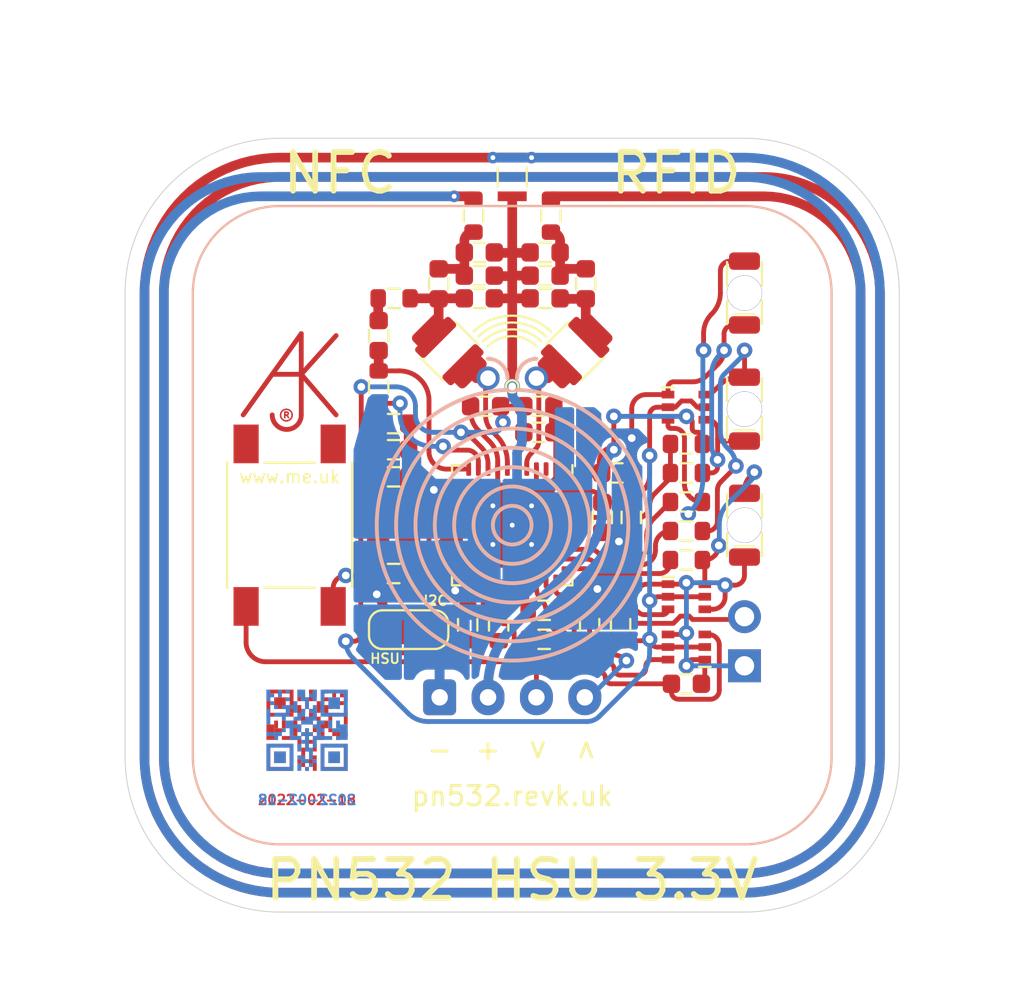
<source format=kicad_pcb>
(kicad_pcb (version 20211014) (generator pcbnew)
  (title_block (title "PN532 NFC reader (HSU)") (date "${DATE}") (rev "7") (company "Adrian Kennard Andrews & Arnold Ltd") (comment 1 "www.m.euk"))
  (layers (0 "F.Cu" signal) (31 "B.Cu" signal) (34 "B.Paste" user) (35 "F.Paste" user) (36 "B.SilkS" user "B.Silkscreen") (37 "F.SilkS" user "F.Silkscreen") (38 "B.Mask" user) (39 "F.Mask" user) (44 "Edge.Cuts" user))
  (property "DATE" "2022-02-18")
  (property "URL" "pn532.revk.uk")
  (net 0 "")
  (net 1 "GND")
  (net 2 "Net-(C3-Pad1)")
  (net 3 "Net-(C4-Pad2)")
  (net 4 "+3V3")
  (net 5 "Net-(C8-Pad2)")
  (net 6 "Net-(C8-Pad1)")
  (net 7 "+5V")
  (net 8 "Net-(C16-Pad1)")
  (net 9 "Net-(L2-Pad2)")
  (net 10 "Net-(L1-Pad1)")
  (net 11 "Net-(D1-Pad2)")
  (net 12 "Net-(D2-Pad2)")
  (net 13 "Net-(D3-Pad2)")
  (net 14 "Net-(C9-Pad1)")
  (net 15 "Net-(C17-Pad1)")
  (net 16 "Net-(J1-Pad2)")
  (net 17 "Net-(JP1-Pad2)")
  (net 18 "Net-(D6-Pad6)")
  (net 19 "Net-(R8-Pad1)")
  (net 20 "Net-(R9-Pad1)")
  (net 21 "Net-(C19-Pad1)")
  (net 36 "Net-(A1-Pad1)")
  (net 37 "Net-(A1-Pad3)")
  (net 38 "Net-(D4-Pad3)")
  (net 39 "Net-(R6-Pad1)")
  (net 40 "Net-(R10-Pad1)")
  (net 41 "Net-(R11-Pad2)")
  (net 42 "Net-(J2-Pad3)")
  (net 43 "Net-(J2-Pad4)")
  (footprint "RevK:Crystal-3.4x2.7" (layer "F.Cu") (at 93.875 100 90)
    (fp_text reference "Y1" hide)
    (fp_text value "27.12MHz")
  )
  (footprint "RevK:ISO7380-M3-NoPad" (layer "F.Cu") (at 88 88)
    (fp_text reference "H2" hide)
    (fp_text value "MountingHole" hide)
  )
  (footprint "RevK:ISO7380-M3-NoPad" (layer "F.Cu") (at 112 112)
    (fp_text reference "H1" hide)
    (fp_text value "MountingHole" hide)
  )
  (footprint "RevK:STP_156120xx7530" (layer "F.Cu") (at 112 94 90)
    (fp_text reference "D2" hide)
    (fp_text value "A")
  )
  (footprint "RevK:STP_156120xx7530" (layer "F.Cu") (at 112 88 90)
    (fp_text reference "D3" hide)
    (fp_text value "R")
  )
  (footprint "RevK:SW_PUSH_6mm_SMD" (layer "F.Cu") (at 88.5 100 -90)
    (fp_text reference "SW1" hide)
    (fp_text value "TAMPER")
  )
  (footprint "RevK:STP_156120xx7530" (layer "F.Cu") (at 112 100 90)
    (fp_text reference "D1" hide)
    (fp_text value "G")
  )
  (footprint "RevK:C_0603" (layer "F.Cu") (at 101.375 95.2)
    (fp_text reference "C7" hide)
    (fp_text value "0.1uF")
  )
  (footprint "RevK:C_0603" (layer "F.Cu") (at 103.8 87.525 90)
    (fp_text reference "C3" hide)
    (fp_text value "22pF 1%")
  )
  (footprint "RevK:C_0603" (layer "F.Cu") (at 101.7 88.275)
    (fp_text reference "C5" hide)
    (fp_text value "220pF")
  )
  (footprint "RevK:R_0603" (layer "F.Cu") (at 109 95.8)
    (fp_text reference "R6" hide)
    (fp_text value "10K")
  )
  (footprint "RevK:R_0603" (layer "F.Cu") (at 93.9 88.275)
    (fp_text reference "R4" hide)
    (fp_text value "2K7 1%")
  )
  (footprint "RevK:C_0603" (layer "F.Cu") (at 106.15 99.6 -90)
    (fp_text reference "C13" hide)
    (fp_text value "4.7uF")
  )
  (footprint "RevK:C_0603" (layer "F.Cu") (at 105.4 97.3)
    (fp_text reference "C14" hide)
    (fp_text value "0.1uF")
  )
  (footprint "RevK:C_0603" (layer "F.Cu") (at 93.875 94.75)
    (fp_text reference "C9" hide)
    (fp_text value "0.1uF")
  )
  (footprint "RevK:C_0603" (layer "F.Cu") (at 93.875 97.5)
    (fp_text reference "C16" hide)
    (fp_text value "22pF")
  )
  (footprint "RevK:R_0603" (layer "F.Cu") (at 109 100.3)
    (fp_text reference "R9" hide)
    (fp_text value "100R")
  )
  (footprint "RevK:R_0603" (layer "F.Cu") (at 109 101.8)
    (fp_text reference "R8" hide)
    (fp_text value "100R")
  )
  (footprint "RevK:R_0603" (layer "F.Cu") (at 99.3 105.15 90)
    (fp_text reference "R11" hide)
    (fp_text value "10K")
  )
  (footprint "RevK:QFN-40-1EP_6x6mm_P0.5mm_EP4.6x4.6mm" (layer "F.Cu") (at 100 100 -90)
    (fp_text reference "U1" hide)
    (fp_text value "PN532")
  )
  (footprint "RevK:C_0603" (layer "F.Cu") (at 93.875 102.5 180)
    (fp_text reference "C17" hide)
    (fp_text value "22pF")
  )
  (footprint "RevK:PinHeader_1x02_P2.54mm_Vertical" (layer "F.Cu") (at 112 107.27 180)
    (fp_text reference "J1" hide)
    (fp_text value "Bell")
  )
  (footprint "RevK:C_0603" (layer "F.Cu") (at 98.625 93.85 180)
    (fp_text reference "C12" hide)
    (fp_text value "0.1uF")
  )
  (footprint "RevK:R_0603" (layer "F.Cu") (at 93.1 92.85 -90)
    (fp_text reference "R5" hide)
    (fp_text value "1K 1%")
  )
  (footprint "RevK:R_0603" (layer "F.Cu") (at 109 97.3)
    (fp_text reference "R7" hide)
    (fp_text value "20K")
  )
  (footprint "RevK:R_0603" (layer "F.Cu") (at 109 98.8)
    (fp_text reference "R10" hide)
    (fp_text value "100R")
  )
  (footprint "RevK:C_0603" (layer "F.Cu") (at 97.7 105.15 90)
    (fp_text reference "C18" hide)
    (fp_text value "0.1uF")
  )
  (footprint "RevK:C_0603" (layer "F.Cu") (at 104.65 99.6 -90)
    (fp_text reference "C11" hide)
    (fp_text value "0.1uF")
  )
  (footprint "RevK:C_0603" (layer "F.Cu") (at 93.1 90.2 90)
    (fp_text reference "C8" hide)
    (fp_text value "1nF 2%")
  )
  (footprint "RevK:Molex_MiniSPOX_H4V" (layer "F.Cu") (at 100 108.9)
    (fp_text reference "J2" hide)
    (fp_text value "SPOX")
  )
  (footprint "RevK:C_0603" (layer "F.Cu") (at 101.375 93.85)
    (fp_text reference "C10" hide)
    (fp_text value "4.7uF")
  )
  (footprint "RevK:Cx2_0603" (layer "F.Cu") (at 101.7 85.9 180)
    (fp_text reference "C1" hide)
    (fp_text value "160pF 1%")
  )
  (footprint "RevK:C_0603" (layer "F.Cu") (at 98.3 88.275 180)
    (fp_text reference "C6" hide)
    (fp_text value "220pF")
  )
  (footprint "RevK:R_0603" (layer "F.Cu") (at 105.6 105.15 90)
    (fp_text reference "R15" hide)
    (fp_text value "10K")
  )
  (footprint "RevK:PN532-RF-Test" (layer "F.Cu") (at 100 92.4 180)
    (fp_text reference "TP1" hide)
    (fp_text value "TestPoint_2Pole" hide)
  )
  (footprint "RevK:SolderJumper3" (layer "F.Cu") (at 94.65 105.4)
    (fp_text reference "JP1" hide)
    (fp_text value "I1" hide)
  )
  (footprint "RevK:R_0603" (layer "F.Cu") (at 101.65 105.9)
    (fp_text reference "R13" hide)
    (fp_text value "100R")
  )
  (footprint "RevK:C_0603" (layer "F.Cu") (at 93.875 96.1)
    (fp_text reference "C15" hide)
    (fp_text value "4.7uF")
  )
  (footprint "RevK:R_0603" (layer "F.Cu") (at 101.65 104.4 180)
    (fp_text reference "R14" hide)
    (fp_text value "100R")
  )
  (footprint "RevK:L_1206_1008" (layer "F.Cu") (at 103.25 91 45)
    (fp_text reference "L1" hide)
    (fp_text value "560nH")
  )
  (footprint "RevK:L_1206_1008" (layer "F.Cu") (at 96.75 91 -45)
    (fp_text reference "L2" hide)
    (fp_text value "560nH")
  )
  (footprint "RevK:C_0603" (layer "F.Cu") (at 96.2 87.525 -90)
    (fp_text reference "C4" hide)
    (fp_text value "22pF 1%")
  )
  (footprint "RevK:R_0603" (layer "F.Cu") (at 104 105.15 -90)
    (fp_text reference "R12" hide)
    (fp_text value "100R")
  )
  (footprint "RevK:SOT-363_SC-70-6" (layer "F.Cu") (at 109 93.9)
    (fp_text reference "D5" hide)
    (fp_text value "BAV99S")
  )
  (footprint "RevK:QR-PN532" (layer "F.Cu") (at 89.4 110.6)
    (fp_text reference "U2" hide)
    (fp_text value "QR" hide)
  )
  (footprint "RevK:C_0603" (layer "F.Cu") (at 109 108.2)
    (fp_text reference "C19" hide)
    (fp_text value "33pF")
  )
  (footprint "RevK:SOT-363_SC-70-6" (layer "F.Cu") (at 109 103.7)
    (fp_text reference "D4" hide)
    (fp_text value "BAV99S")
  )
  (footprint "RevK:SOT-363_SC-70-6" (layer "F.Cu") (at 109 106.3 180)
    (fp_text reference "D6" hide)
    (fp_text value "BAV99S")
  )
  (footprint "RevK:AJK" (layer "F.Cu") (at 89.1 92.2)
    (fp_text reference "AJK1" hide)
    (fp_text value "AJK" hide)
  )
  (footprint "RevK:PN532-Antenna5" (layer "F.Cu") (at 100 100)
    (fp_text reference "A1" hide)
    (fp_text value "PN532-Antenna")
  )
  (footprint "RevK:Cx2_0603" (layer "F.Cu") (at 98.3 85.9 180)
    (fp_text reference "C2" hide)
    (fp_text value "160pF 1%")
  )
  (footprint "RevK:Hidden" (layer "F.Cu") (at 100 82 90)
    (fp_text reference "R2" hide)
    (fp_text value "0R")
  )
  (footprint "RevK:Hidden" (layer "F.Cu") (at 102 84 90)
    (fp_text reference "R3" hide)
    (fp_text value "0R")
  )
  (footprint "RevK:Hidden" (layer "F.Cu") (at 98 84 90)
    (fp_text reference "R1" hide)
    (fp_text value "0R")
  )
  (footprint "RevK:QR-PN532" (layer "B.Cu") (at 89.4 110.6 180)
    (fp_text reference "U3" hide)
    (fp_text value "QR" hide)
  )
  (gr_circle (center 100 100) (end 105 100) (layer "B.SilkS") (width 0.2) (fill none))
  (gr_arc (start 100.25 92.4) (mid 100.542894 91.692894) (end 101.25 91.4) (layer "B.SilkS") (width 0.2))
  (gr_circle (center 100 100) (end 106 100) (layer "B.SilkS") (width 0.2) (fill none))
  (gr_circle (center 100 100) (end 102 100) (layer "B.SilkS") (width 0.2) (fill none))
  (gr_circle (center 100 100) (end 104 100) (layer "B.SilkS") (width 0.2) (fill none))
  (gr_circle (center 100 100) (end 101 100) (layer "B.SilkS") (width 0.2) (fill none))
  (gr_circle (center 100 100) (end 103 100) (layer "B.SilkS") (width 0.2) (fill none))
  (gr_circle (center 100 100) (end 107 100) (layer "B.SilkS") (width 0.2) (fill none))
  (gr_arc (start 98.75 91.4) (mid 99.457106 91.692894) (end 99.75 92.4) (layer "B.SilkS") (width 0.2))
  (gr_arc (start 98.250001 90.250001) (mid 100 89.525128) (end 101.749999 90.250001) (layer "F.SilkS") (width 0.12))
  (gr_circle (center 100 92.825) (end 100.1 93.125) (layer "F.SilkS") (width 0.12) (fill none))
  (gr_arc (start 100.25 92.4) (mid 100.542894 91.692894) (end 101.25 91.4) (layer "F.SilkS") (width 0.2))
  (gr_arc (start 98.750001 90.750001) (mid 100 90.232234) (end 101.249999 90.750001) (layer "F.SilkS") (width 0.12))
  (gr_arc (start 98.000001 90.000001) (mid 100 89.171574) (end 101.999999 90.000001) (layer "F.SilkS") (width 0.12))
  (gr_arc (start 98.75 91.4) (mid 99.457106 91.692894) (end 99.75 92.4) (layer "F.SilkS") (width 0.2))
  (gr_arc (start 98.500001 90.500001) (mid 100 89.878681) (end 101.499999 90.500001) (layer "F.SilkS") (width 0.12))
  (gr_line (start 88 80) (end 112 80) (layer "Edge.Cuts") (width 0.05))
  (gr_line (start 80 112) (end 80 88) (layer "Edge.Cuts") (width 0.05))
  (gr_arc (start 112 80) (mid 117.656854 82.343146) (end 120 88) (layer "Edge.Cuts") (width 0.05))
  (gr_arc (start 88 120) (mid 82.343146 117.656854) (end 80 112) (layer "Edge.Cuts") (width 0.05))
  (gr_arc (start 80 88) (mid 82.343146 82.343146) (end 88 80) (layer "Edge.Cuts") (width 0.05))
  (gr_line (start 120 88) (end 120 112) (layer "Edge.Cuts") (width 0.05))
  (gr_line (start 112 120) (end 88 120) (layer "Edge.Cuts") (width 0.05))
  (gr_arc (start 120 112) (mid 117.656854 117.656854) (end 112 120) (layer "Edge.Cuts") (width 0.05))
  (gr_text "I2C" (at 96.7 103.9) (layer "F.SilkS") (effects (font (size 0.5 0.5) (thickness 0.1)) (justify right)))
  (gr_text "HSU" (at 92.6 106.9) (layer "F.SilkS") (effects (font (size 0.5 0.5) (thickness 0.1)) (justify left)))
  (gr_text "<" (at 101.25 110.9 90) (layer "F.SilkS") (effects (font (size 1 1)) (justify right)))
  (gr_text ">" (at 103.75 110.9 90) (layer "F.SilkS") (effects (font (size 1 1)) (justify right)))
  (gr_text "-" (at 96.25 111.75 180) (layer "F.SilkS") (effects (font (size 1 1))))
  (gr_text "+" (at 98.75 111.75 180) (layer "F.SilkS") (effects (font (size 1 1))))
  (gr_text "RFID" (at 112 81.8) (layer "F.SilkS") (effects (font (size 2 2) (thickness 0.3)) (justify right)))
  (gr_text "NFC" (at 88 81.8) (layer "F.SilkS") (effects (font (size 2 2) (thickness 0.3)) (justify left)))
  (gr_text "PN532 HSU 3.3V" (at 100 118.35) (layer "F.SilkS") (effects (font (size 2 2) (thickness 0.3))))
  (gr_text "${URL}" (at 100 114) (layer "F.SilkS") (effects (font (size 1 1))))
  (segment (start 106.175 95.5) (end 106.175 97.3) (width 0.5) (layer "F.Cu") (net 1))
  (segment (start 105.525 100.832857) (end 105.514175 100.843682) (width 0.5) (layer "F.Cu") (net 1))
  (segment (start 109.95 108.025) (end 109.775 108.2) (width 0.25) (layer "F.Cu") (net 1))
  (segment (start 108.34 92.59) (end 109.33 92.59) (width 0.25) (layer "F.Cu") (net 1))
  (segment (start 108.949253 103.05) (end 109.023753 102.9755) (width 0.25) (layer "F.Cu") (net 1))
  (segment (start 99.975 87.125) (end 100 87.1) (width 0.5) (layer "F.Cu") (net 1))
  (segment (start 111 103.1) (end 111 103.7) (width 0.25) (layer "F.Cu") (net 1))
  (segment (start 93.35 105.4) (end 93.35 104.419474) (width 0.5) (layer "F.Cu") (net 1))
  (segment (start 93.225 101.375) (end 93.2 101.35) (width 0.5) (layer "F.Cu") (net 1))
  (segment (start 99.075 88.275) (end 99.95 88.275) (width 0.5) (layer "F.Cu") (net 1))
  (segment (start 102.25 97.1) (end 102.25 95.441421) (width 0.25) (layer "F.Cu") (net 1))
  (segment (start 90.75 103.25) (end 90.75 104.2) (width 0.25) (layer "F.Cu") (net 1))
  (segment (start 99.075 85.925) (end 99.975 85.925) (width 0.5) (layer "F.Cu") (net 1))
  (segment (start 93.225 102.5) (end 93.225 101.375) (width 0.5) (layer "F.Cu") (net 1))
  (segment (start 101.25 96.975) (end 101.25 98.75) (width 0.25) (layer "F.Cu") (net 1))
  (segment (start 110.6125 95.8125) (end 110.6125 96.9875) (width 0.25) (layer "F.Cu") (net 1))
  (segment (start 108.925 105.65) (end 109 105.575) (width 0.25) (layer "F.Cu") (net 1))
  (segment (start 94.65 96.1) (end 94.65 97.5) (width 0.5) (layer "F.Cu") (net 1))
  (segment (start 110.35 104.35) (end 109.95 104.35) (width 0.25) (layer "F.Cu") (net 1))
  (segment (start 99.25 96.975) (end 99.25 98.75) (width 0.25) (layer "F.Cu") (net 1))
  (segment (start 112 95.65) (end 110.811672 95.65) (width 0.25) (layer "F.Cu") (net 1))
  (segment (start 104.4 103.3) (end 106.358579 103.3) (width 0.25) (layer "F.Cu") (net 1))
  (segment (start 106.962132 103.05) (end 108.05 103.05) (width 0.25) (layer "F.Cu") (net 1))
  (segment (start 106.92 93.25) (end 108.05 93.25) (width 0.25) (layer "F.Cu") (net 1))
  (segment (start 102.15 93.85) (end 102.15 95.2) (width 0.5) (layer "F.Cu") (net 1))
  (segment (start 110.6125 95.5675) (end 110.6125 95.8125) (width 0.25) (layer "F.Cu") (net 1))
  (segment (start 102.25 97.1) (end 102.25 97.47929) (width 0.25) (layer "F.Cu") (net 1))
  (segment (start 110.3 97.3) (end 109.825 97.3) (width 0.25) (layer "F.Cu") (net 1))
  (segment (start 102.2 97.6) (end 101.141422 98.658578) (width 0.25) (layer "F.Cu") (net 1))
  (segment (start 97.85 93.85) (end 97.85 94.122451) (width 0.25) (layer "F.Cu") (net 1))
  (segment (start 94.65 94.75) (end 94.65 96.1) (width 0.5) (layer "F.Cu") (net 1))
  (segment (start 109.32 106.95) (end 109.95 106.95) (width 0.25) (layer "F.Cu") (net 1))
  (segment (start 105.525 100.375) (end 106.25 100.375) (width 0.5) (layer "F.Cu") (net 1))
  (segment (start 110.46 91.85) (end 109.995772 92.314228) (width 0.25) (layer "F.Cu") (net 1))
  (segment (start 93.1 102.5) (end 93.1 103.333079) (width 0.5) (layer "F.Cu") (net 1))
  (segment (start 99.25 98.75) (end 99 99) (width 0.25) (layer "F.Cu") (net 1))
  (segment (start 100 83) (end 100 92.825) (width 0.5) (layer "F.Cu") (net 1))
  (segment (start 110.6125 95.0875) (end 110.6125 95.5675) (width 0.25) (layer "F.Cu") (net 1))
  (segment (start 98.75 101.25) (end 99 101) (width 0.25) (layer "F.Cu") (net 1))
  (segment (start 110.946011 90.113989) (end 110.946011 90.962647) (width 0.25) (layer "F.Cu") (net 1))
  (segment (start 96.975 100.25) (end 98.25 100.25) (width 0.25) (layer "F.Cu") (net 1))
  (segment (start 95.5 98.7) (end 94.725 98.7) (width 0.5) (layer "F.Cu") (net 1))
  (segment (start 104.75 100.375) (end 105.525 100.375) (width 0.5) (layer "F.Cu") (net 1))
  (segment (start 98.25 100.25) (end 99 101) (width 0.25) (layer "F.Cu") (net 1))
  (segment (start 100.925 88.275) (end 99.95 88.275) (width 0.5) (layer "F.Cu") (net 1))
  (segment (start 98.828475 95.671525) (end 98.253475 95.096525) (width 0.25) (layer "F.Cu") (net 1))
  (segment (start 105.525 100.375) (end 105.525 100.832857) (width 0.5) (layer "F.Cu") (net 1))
  (segment (start 109.95 94.55) (end 110.075 94.55) (width 0.25) (layer "F.Cu") (net 1))
  (segment (start 110.662219 91.64778) (end 110.46 91.85) (width 0.25) (layer "F.Cu") (net 1))
  (segment (start 112 101.8) (end 112 102.6) (width 0.25) (layer "F.Cu") (net 1))
  (segment (start 111.99 89.66) (end 111.4 89.66) (width 0.25) (layer "F.Cu") (net 1))
  (segment (start 108.05 105.65) (end 108.925 105.65) (width 0.25) (layer "F.Cu") (net 1))
  (segment (start 99.075 87.125) (end 99.975 87.125) (width 0.5) (layer "F.Cu") (net 1))
  (segment (start 97.583466 97.783466) (end 98.658578 98.858578) (width 0.25) (layer "F.Cu") (net 1))
  (segment (start 111 103.1) (end 111.5 103.1) (width 0.25) (layer "F.Cu") (net 1))
  (segment (start 108.05 93.25) (end 108.05 92.88) (width 0.25) (layer "F.Cu") (net 1))
  (segment (start 97.7 104.375) (end 97.7 104.025251) (width 0.25) (layer "F.Cu") (net 1))
  (segment (start 101.25 98.75) (end 101 99) (width 0.25) (layer "F.Cu") (net 1))
  (segment (start 100.9 87.1) (end 100 87.1) (width 0.5) (layer "F.Cu") (net 1))
  (segment (start 109.95 106.95) (end 109.95 108.025) (width 0.25) (layer "F.Cu") (net 1))
  (segment (start 108.05 103.05) (end 108.949253 103.05) (width 0.25) (layer "F.Cu") (net 1))
  (segment (start 96.975 101.25) (end 98.75 101.25) (width 0.25) (layer "F.Cu") (net 1))
  (segment (start 97.1 97.75) (end 97.502672 97.75) (width 0.25) (layer "F.Cu") (net 1))
  (segment (start 106.175 95.5) (end 106.175 93.995) (width 0.25) (layer "F.Cu") (net 1))
  (segment (start 95.95 98.175) (end 95.95 98.25) (width 0.5) (layer "F.Cu") (net 1))
  (segment (start 100.925 85.925) (end 99.975 85.925) (width 0.5) (layer "F.Cu") (net 1))
  (segment (start 99.25 97.1) (end 99.25 96.689176) (width 0.25) (layer "F.Cu") (net 1))
  (via (at 104.4 103.3) (size 0.8) (drill 0.4) (layers "F.Cu" "B.Cu") (net 1))
  (via (at 110.946011 90.962647) (size 0.8) (drill 0.4) (layers "F.Cu" "B.Cu") (net 1))
  (via (at 93 103.5745) (size 0.8) (drill 0.4) (layers "F.Cu" "B.Cu") (net 1))
  (via (at 105.514175 100.843682) (size 0.8) (drill 0.4) (layers "F.Cu" "B.Cu") (net 1))
  (via (at 100 92.825) (size 0.8) (drill 0.4) (layers "F.Cu" "B.Cu") (net 1))
  (via (at 109 107.27) (size 0.8) (drill 0.4) (layers "F.Cu" "B.Cu") (net 1))
  (via (at 111 103.1) (size 0.8) (drill 0.4) (layers "F.Cu" "B.Cu") (net 1))
  (via (at 110.61 96.62) (size 0.8) (drill 0.4) (layers "F.Cu" "B.Cu") (net 1))
  (via (at 97.053825 103.379076) (size 0.8) (drill 0.4) (layers "F.Cu" "B.Cu") (net 1))
  (via (at 91.4 102.6) (size 0.8) (drill 0.4) (layers "F.Cu" "B.Cu") (net 1))
  (via (at 106.175 95.5) (size 0.8) (drill 0.4) (layers "F.Cu" "B.Cu") (net 1))
  (via (at 109 102.9755) (size 0.8) (drill 0.4) (layers "F.Cu" "B.Cu") (net 1))
  (via (at 109 105.575) (size 0.8) (drill 0.4) (layers "F.Cu" "B.Cu") (net 1))
  (via (at 95.95 98.175) (size 0.8) (drill 0.4) (layers "F.Cu" "B.Cu") (net 1))
  (arc (start 97.502672 97.75) (mid 97.546397 97.758698) (end 97.583466 97.783466) (width 0.25) (layer "F.Cu") (net 1))
  (arc (start 102.25 97.47929) (mid 102.237006 97.544617) (end 102.2 97.6) (width 0.25) (layer "F.Cu") (net 1))
  (arc (start 111.5 103.1) (mid 111.853553 102.953553) (end 112 102.6) (width 0.25) (layer "F.Cu") (net 1))
  (arc (start 106.175 93.995) (mid 106.393205 93.468205) (end 106.92 93.25) (width 0.25) (layer "F.Cu") (net 1))
  (arc (start 106.358579 103.3) (mid 106.489235 103.274011) (end 106.6 103.2) (width 0.25) (layer "F.Cu") (net 1))
  (arc (start 110.811672 95.65) (mid 110.703881 95.628559) (end 110.6125 95.5675) (width 0.25) (layer "F.Cu") (net 1))
  (arc (start 93.35 104.419474) (mid 93.259038 103.962178) (end 93 103.5745) (width 0.5) (layer "F.Cu") (net 1))
  (arc (start 111.4 89.66) (mid 111.078981 89.79297) (end 110.946011 90.113989) (width 0.25) (layer "F.Cu") (net 1))
  (arc (start 109 107.27) (mid 109.093726 107.043726) (end 109.32 106.95) (width 0.25) (layer "F.Cu") (net 1))
  (arc (start 97.85 94.122451) (mid 97.95486 94.649616) (end 98.253475 95.096525) (width 0.25) (layer "F.Cu") (net 1))
  (arc (start 101.141422 98.658578) (mid 101.036755 98.815223) (end 101 99) (width 0.25) (layer "F.Cu") (net 1))
  (arc (start 102.25 95.441421) (mid 102.224011 95.310765) (end 102.15 95.2) (width 0.25) (layer "F.Cu") (net 1))
  (arc (start 106.6 103.2) (mid 106.766147 103.088984) (end 106.962132 103.05) (width 0.25) (layer "F.Cu") (net 1))
  (arc (start 93.1 103.333079) (mid 93.074011 103.463735) (end 93 103.5745) (width 0.5) (layer "F.Cu") (net 1))
  (arc (start 97.7 104.025251) (mid 97.51074 103.568336) (end 97.053825 103.379076) (width 0.25) (layer "F.Cu") (net 1))
  (arc (start 112 89.65) (mid 111.997071 89.657071) (end 111.99 89.66) (width 0.25) (layer "F.Cu") (net 1))
  (arc (start 95.95 98.25) (mid 95.818198 98.568198) (end 95.5 98.7) (width 0.5) (layer "F.Cu") (net 1))
  (arc (start 91.4 102.6) (mid 90.940381 102.790381) (end 90.75 103.25) (width 0.25) (layer "F.Cu") (net 1))
  (arc (start 108.05 92.88) (mid 108.134939 92.674939) (end 108.34 92.59) (width 0.25) (layer "F.Cu") (net 1))
  (arc (start 110.946011 90.962647) (mid 110.872256 91.333439) (end 110.662219 91.64778) (width 0.25) (layer "F.Cu") (net 1))
  (arc (start 109.995772 92.314228) (mid 109.690313 92.518329) (end 109.33 92.59) (width 0.25) (layer "F.Cu") (net 1))
  (arc (start 94.725 98.7) (mid 94.689645 98.685355) (end 94.675 98.65) (width 0.5) (layer "F.Cu") (net 1))
  (arc (start 111 103.7) (mid 110.809619 104.159619) (end 110.35 104.35) (width 0.25) (layer "F.Cu") (net 1))
  (arc (start 98.658578 98.858578) (mid 98.815223 98.963245) (end 99 99) (width 0.25) (layer "F.Cu") (net 1))
  (arc (start 110.6125 96.9875) (mid 110.520971 97.208471) (end 110.3 97.3) (width 0.25) (layer "F.Cu") (net 1))
  (arc (start 99.25 96.689176) (mid 99.14045 96.138428) (end 98.828475 95.671525) (width 0.25) (layer "F.Cu") (net 1))
  (arc (start 110.075 94.55) (mid 110.45507 94.70743) (end 110.6125 95.0875) (width 0.25) (layer "F.Cu") (net 1))
  (segment (start 109 102.9755) (end 110.8755 102.9755) (width 0.25) (layer "B.Cu") (net 1))
  (segment (start 109 105.575) (end 109 107.27) (width 0.25) (layer "B.Cu") (net 1))
  (segment (start 96.25 108.9) (end 96.25 107.15) (width 0.5) (layer "B.Cu") (net 1))
  (segment (start 110.946011 90.962647) (end 110.71704 91.191618) (width 0.25) (layer "B.Cu") (net 1))
  (segment (start 109 105.575) (end 109 102.9755) (width 0.25) (layer "B.Cu") (net 1))
  (segment (start 100.499501 94.39377) (end 100.499501 95.689073) (width 0.5) (layer "B.Cu") (net 1))
  (segment (start 110.305969 92.184031) (end 110.305969 95.886005) (width 0.25) (layer "B.Cu") (net 1))
  (segment (start 100.75 99) (end 101 99) (width 0.5) (layer "B.Cu") (net 1))
  (segment (start 100 92.825) (end 100 93.187868) (width 0.5) (layer "B.Cu") (net 1))
  (segment (start 91.4 102.6) (end 93.6255 102.6) (width 0.25) (layer "B.Cu") (net 1))
  (segment (start 100.25 96.291421) (end 100.25 98.5) (width 0.5) (layer "B.Cu") (net 1))
  (segment (start 112 107.27) (end 109 107.27) (width 0.25) (layer "B.Cu") (net 1))
  (arc (start 100 93.187868) (mid 100.038983 93.383852) (end 100.15 93.55) (width 0.5) (layer "B.Cu") (net 1))
  (arc (start 110.71704 91.191618) (mid 110.412803 91.646941) (end 110.305969 92.184031) (width 0.25) (layer "B.Cu") (net 1))
  (arc (start 110.305969 95.886005) (mid 110.384984 96.28324) (end 110.61 96.62) (width 0.25) (layer "B.Cu") (net 1))
  (arc (start 100.15 93.55) (mid 100.408669 93.937125) (end 100.499501 94.39377) (width 0.5) (layer "B.Cu") (net 1))
  (arc (start 100.499501 95.689073) (mid 100.460647 95.884405) (end 100.35 96.05) (width 0.5) (layer "B.Cu") (net 1))
  (arc (start 110.8755 102.9755) (mid 110.963535 103.011965) (end 111 103.1) (width 0.25) (layer "B.Cu") (net 1))
  (arc (start 105.95 95.25) (mid 106.088893 95.292132) (end 106.183142 95.403429) (width 0.5) (layer "B.Cu") (net 1))
  (arc (start 100.25 98.5) (mid 100.396447 98.853553) (end 100.75 99) (width 0.5) (layer "B.Cu") (net 1))
  (arc (start 100.35 96.05) (mid 100.275989 96.160765) (end 100.25 96.291421) (width 0.5) (layer "B.Cu") (net 1))
  (segment (start 103.8 88.275) (end 103.8 89.570102) (width 0.5) (layer "F.Cu") (net 2))
  (segment (start 103.8 88.3) (end 102.3 88.3) (width 0.5) (layer "F.Cu") (net 2))
  (segment (start 103.8 89.570102) (end 104.239949 90.010051) (width 0.5) (layer "F.Cu") (net 2))
  (segment (start 96.175 88.275) (end 96.2 88.3) (width 0.5) (layer "F.Cu") (net 3))
  (segment (start 96.2 89.570102) (end 95.760051 90.010051) (width 0.5) (layer "F.Cu") (net 3))
  (segment (start 94.725 88.275) (end 96.175 88.275) (width 0.5) (layer "F.Cu") (net 3))
  (segment (start 97.525 88.275) (end 96.225 88.275) (width 0.5) (layer "F.Cu") (net 3))
  (segment (start 96.2 88.275) (end 96.2 89.570102) (width 0.5) (layer "F.Cu") (net 3))
  (segment (start 96.225 88.275) (end 96.2 88.3) (width 0.5) (layer "F.Cu") (net 3))
  (segment (start 93.1 96.1) (end 92.95 96.1) (width 0.25) (layer "F.Cu") (net 4))
  (segment (start 107.1 97.4) (end 107.1 96.4) (width 0.25) (layer "F.Cu") (net 4))
  (segment (start 100.6 95.2) (end 100.6 95.617158) (width 0.25) (layer "F.Cu") (net 4))
  (segment (start 108.43 93.9) (end 108.75 93.58) (width 0.25) (layer "F.Cu") (net 4))
  (segment (start 98.5 103.741421) (end 98.5 105.864645) (width 0.25) (layer "F.Cu") (net 4))
  (segment (start 107.1 96.4) (end 107.1 94.3) (width 0.25) (layer "F.Cu") (net 4))
  (segment (start 98.75 97.1) (end 98.75 96.832957) (width 0.25) (layer "F.Cu") (net 4))
  (segment (start 97.824149 95.396399) (end 98.388875 95.961125) (width 0.25) (layer "F.Cu") (net 4))
  (segment (start 105.6 105.975) (end 106.918934 105.975) (width 0.25) (layer "F.Cu") (net 4))
  (segment (start 95.95 105.4) (end 95.95 106.05) (width 0.25) (layer "F.Cu") (net 4))
  (segment (start 92.175489 96.874511) (end 92.175489 105.649511) (width 0.25) (layer "F.Cu") (net 4))
  (segment (start 108.05 93.9) (end 108.43 93.9) (width 0.25) (layer "F.Cu") (net 4))
  (segment (start 99.3 106.025) (end 99.275 106.025) (width 0.25) (layer "F.Cu") (net 4))
  (segment (start 107.5 106.3) (end 108.05 106.3) (width 0.25) (layer "F.Cu") (net 4))
  (segment (start 109.56 93.9) (end 109.95 93.9) (width 0.25) (layer "F.Cu") (net 4))
  (segment (start 102.9 98.25) (end 104.075 98.25) (width 0.25) (layer "F.Cu") (net 4))
  (segment (start 99.25 105.925) (end 99.3 105.975) (width 0.25) (layer "F.Cu") (net 4))
  (segment (start 97.7 105.925) (end 98.525 105.925) (width 0.25) (layer "F.Cu") (net 4))
  (segment (start 92.2 92.85) (end 92.2 95.2) (width 0.25) (layer "F.Cu") (net 4))
  (segment (start 100.6 93.85) (end 99.4 93.85) (width 0.25) (layer "F.Cu") (net 4))
  (segment (start 91.4 106) (end 91.825 106) (width 0.25) (layer "F.Cu") (net 4))
  (segment (start 97.424264 105.9) (end 97.7 105.9) (width 0.25) (layer "F.Cu") (net 4))
  (segment (start 108.75 93.58) (end 109.24 93.58) (width 0.25) (layer "F.Cu") (net 4))
  (segment (start 95.95 105.4) (end 96.217158 105.4) (width 0.25) (layer "F.Cu") (net 4))
  (segment (start 109.24 93.58) (end 109.56 93.9) (width 0.25) (layer "F.Cu") (net 4))
  (segment (start 99.4 93.85) (end 99.4 94.525) (width 0.25) (layer "F.Cu") (net 4))
  (segment (start 108.05 106.3) (end 109.95 106.3) (width 0.25) (layer "F.Cu") (net 4))
  (segment (start 106.15 98.825) (end 106.6875 98.2875) (width 0.25) (layer "F.Cu") (net 4))
  (segment (start 108.05 103.7) (end 107.56129 103.7) (width 0.25) (layer "F.Cu") (net 4))
  (segment (start 106.15 98.825) (end 104.65 98.825) (width 0.25) (layer "F.Cu") (net 4))
  (segment (start 106.764124 98.210875) (end 106.6875 98.2875) (width 0.25) (layer "F.Cu") (net 4))
  (segment (start 98.75 102.9) (end 98.75 103.137868) (width 0.25) (layer "F.Cu") (net 4))
  (segment (start 107.5 93.9) (end 108.05 93.9) (width 0.25) (layer "F.Cu") (net 4))
  (segment (start 98.525 105.925) (end 99.25 105.925) (width 0.25) (layer "F.Cu") (net 4))
  (segment (start 108.05 103.7) (end 109.95 103.7) (width 0.25) (layer "F.Cu") (net 4))
  (segment (start 100.25 96.462132) (end 100.25 97.1) (width 0.25) (layer "F.Cu") (net 4))
  (segment (start 93.125978 106.6) (end 95.4 106.6) (width 0.25) (layer "F.Cu") (net 4))
  (segment (start 100.6 93.85) (end 100.6 95.2) (width 0.25) (layer "F.Cu") (net 4))
  (via (at 97.35 95.2) (size 0.8) (drill 0.4) (layers "F.Cu" "B.Cu") (net 4))
  (via (at 107.1 96.4) (size 0.8) (drill 0.4) (layers "F.Cu" "B.Cu") (net 4))
  (via (at 92.2 92.85) (size 0.8) (drill 0.4) (layers "F.Cu" "B.Cu") (net 4))
  (via (at 107.1 103.899989) (size 0.8) (drill 0.4) (layers "F.Cu" "B.Cu") (net 4))
  (via (at 107.1 105.9) (size 0.8) (drill 0.4) (layers "F.Cu" "B.Cu") (net 4))
  (via (at 91.4 106) (size 0.8) (drill 0.4) (layers "F.Cu" "B.Cu") (net 4))
  (via (at 99.522431 94.680773) (size 0.8) (drill 0.4) (layers "F.Cu" "B.Cu") (net 4))
  (arc (start 96.217158 105.4) (mid 96.47847 105.451978) (end 96.7 105.6) (width 0.25) (layer "F.Cu") (net 4))
  (arc (start 96.7 105.6) (mid 97.032294 105.822033) (end 97.424264 105.9) (width 0.25) (layer "F.Cu") (net 4))
  (arc (start 100.6 95.617158) (mid 100.548022 95.87847) (end 100.4 96.1) (width 0.25) (layer "F.Cu") (net 4))
  (arc (start 107.56129 103.7) (mid 107.299992 103.751975) (end 107.078474 103.899989) (width 0.25) (layer "F.Cu") (net 4))
  (arc (start 92.2 95.2) (mid 92.463604 95.836396) (end 93.1 96.1) (width 0.25) (layer "F.Cu") (net 4))
  (arc (start 107.1 97.4) (mid 107.012709 97.838843) (end 106.764124 98.210875) (width 0.25) (layer "F.Cu") (net 4))
  (arc (start 106.918934 105.975) (mid 107.016926 105.955509) (end 107.1 105.9) (width 0.25) (layer "F.Cu") (net 4))
  (arc (start 91.825 106) (mid 92.072833 105.897344) (end 92.175489 105.649511) (width 0.25) (layer "F.Cu") (net 4))
  (arc (start 98.75 96.832957) (mid 98.656147 96.361125) (end 98.388875 95.961125) (width 0.25) (layer "F.Cu") (net 4))
  (arc (start 95.4 106.6) (mid 95.788909 106.438909) (end 95.95 106.05) (width 0.25) (layer "F.Cu") (net 4))
  (arc (start 99.4 94.525) (mid 99.429289 94.595711) (end 99.5 94.625) (width 0.25) (layer "F.Cu") (net 4))
  (arc (start 107.1 94.3) (mid 107.217157 94.017157) (end 107.5 93.9) (width 0.25) (layer "F.Cu") (net 4))
  (arc (start 107.1 105.9) (mid 107.217157 106.182843) (end 107.5 106.3) (width 0.25) (layer "F.Cu") (net 4))
  (arc (start 92.95 96.1) (mid 92.402338 96.326849) (end 92.175489 96.874511) (width 0.25) (layer "F.Cu") (net 4))
  (arc (start 100.4 96.1) (mid 100.288984 96.266147) (end 100.25 96.462132) (width 0.25) (layer "F.Cu") (net 4))
  (arc (start 104.075 98.25) (mid 104.481586 98.418414) (end 104.65 98.825) (width 0.25) (layer "F.Cu") (net 4))
  (arc (start 97.35 95.2) (mid 97.606608 95.251042) (end 97.824149 95.396399) (width 0.25) (layer "F.Cu") (net 4))
  (arc (start 98.5 103.741421) (mid 98.525989 103.610765) (end 98.6 103.5) (width 0.25) (layer "F.Cu") (net 4))
  (arc (start 92.175489 105.649511) (mid 92.453881 106.321608) (end 93.125978 106.6) (width 0.25) (layer "F.Cu") (net 4))
  (arc (start 98.5 105.864645) (mid 98.506496 105.897308) (end 98.525 105.925) (width 0.25) (layer "F.Cu") (net 4))
  (arc (start 98.75 103.137868) (mid 98.711016 103.333852) (end 98.6 103.5) (width 0.25) (layer "F.Cu") (net 4))
  (segment (start 95.64999 110.15001) (end 103.84999 110.15001) (width 0.25) (layer "B.Cu") (net 4))
  (segment (start 107.1 105.9) (end 107.1 106.570217) (width 0.25) (layer "B.Cu") (net 4))
  (segment (start 97.35 95.2) (end 95.9 95.2) (width 0.25) (layer "B.Cu") (net 4))
  (segment (start 94 92.85) (end 92.2 92.85) (width 0.25) (layer "B.Cu") (net 4))
  (segment (start 104.510156 109.87656) (end 106.593358 107.793358) (width 0.25) (layer "B.Cu") (net 4))
  (segment (start 107.1 103.899989) (end 107.1 96.4) (width 0.25) (layer "B.Cu") (net 4))
  (segment (start 107.1 105.9) (end 107.1 103.899989) (width 0.25) (layer "B.Cu") (net 4))
  (segment (start 97.35 95.2) (end 99.003204 95.2) (width 0.25) (layer "B.Cu") (net 4))
  (segment (start 95 93.85) (end 95 94.3) (width 0.25) (layer "B.Cu") (net 4))
  (segment (start 91.753553 106.853554) (end 94.62576 109.72576) (width 0.25) (layer "B.Cu") (net 4))
  (arc (start 95 93.85) (mid 94.707107 93.142893) (end 94 92.85) (width 0.25) (layer "B.Cu") (net 4))
  (arc (start 99.003204 95.2) (mid 99.370353 95.047922) (end 99.522431 94.680773) (width 0.25) (layer "B.Cu") (net 4))
  (arc (start 106.593358 107.793358) (mid 106.968328 107.232176) (end 107.1 106.570217) (width 0.25) (layer "B.Cu") (net 4))
  (arc (start 91.4 106) (mid 91.491886 106.46194) (end 91.753553 106.853554) (width 0.25) (layer "B.Cu") (net 4))
  (arc (start 94.62576 109.72576) (mid 95.09568 110.039751) (end 95.64999 110.15001) (width 0.25) (layer "B.Cu") (net 4))
  (arc (start 103.84999 110.15001) (mid 104.207269 110.078942) (end 104.510156 109.87656) (width 0.25) (layer "B.Cu") (net 4))
  (arc (start 95.9 95.2) (mid 95.263604 94.936396) (end 95 94.3) (width 0.25) (layer "B.Cu") (net 4))
  (segment (start 93.075 89.4) (end 93.1 89.425) (width 0.5) (layer "F.Cu") (net 5))
  (segment (start 93.075 88.25) (end 93.075 89.4) (width 0.5) (layer "F.Cu") (net 5))
  (segment (start 97.75 97.1) (end 96.6 97.1) (width 0.25) (layer "F.Cu") (net 6))
  (segment (start 95.7 96.2) (end 95.7 93.55) (width 0.25) (layer "F.Cu") (net 6))
  (segment (start 94.175 92.025) (end 93.1 92.025) (width 0.25) (layer "F.Cu") (net 6))
  (segment (start 93.1 90.975) (end 93.1 92.025) (width 0.5) (layer "F.Cu") (net 6))
  (arc (start 95.7 93.55) (mid 95.253338 92.471662) (end 94.175 92.025) (width 0.25) (layer "F.Cu") (net 6))
  (arc (start 96.6 97.1) (mid 95.963604 96.836396) (end 95.7 96.2) (width 0.25) (layer "F.Cu") (net 6))
  (segment (start 109.300489 94.999511) (end 109.300489 94.724778) (width 0.25) (layer "F.Cu") (net 7))
  (segment (start 109.6 95.2) (end 109.500978 95.2) (width 0.25) (layer "F.Cu") (net 7))
  (segment (start 104.625 97.3) (end 103.3 97.3) (width 0.5) (layer "F.Cu") (net 7))
  (segment (start 104.625 97.3) (end 104.625 96.725) (width 0.5) (layer "F.Cu") (net 7))
  (segment (start 105.25 94.4) (end 105.25 96.1) (width 0.25) (layer "F.Cu") (net 7))
  (via (at 109 94.375) (size 0.8) (drill 0.4) (layers "F.Cu" "B.Cu") (net 7))
  (via (at 105.25 96.1) (size 0.8) (drill 0.4) (layers "F.Cu" "B.Cu") (net 7))
  (via (at 105.25 94.375) (size 0.8) (drill 0.4) (layers "F.Cu" "B.Cu") (net 7))
  (arc (start 109.500978 95.2) (mid 109.359211 95.141278) (end 109.300489 94.999511) (width 0.25) (layer "F.Cu") (net 7))
  (arc (start 103.3 97.3) (mid 103.087868 97.387868) (end 103 97.6) (width 0.5) (layer "F.Cu") (net 7))
  (arc (start 104.625 96.725) (mid 104.808058 96.283058) (end 105.25 96.1) (width 0.5) (layer "F.Cu") (net 7))
  (arc (start 109.825 95.425) (mid 109.759099 95.265901) (end 109.6 95.2) (width 0.25) (layer "F.Cu") (net 7))
  (arc (start 109.300489 94.675489) (mid 109.212478 94.463011) (end 109 94.375) (width 0.25) (layer "F.Cu") (net 7))
  (segment (start 105.25 94.375) (end 109 94.375) (width 0.25) (layer "B.Cu") (net 7))
  (segment (start 103.649312 101.649312) (end 100.049312 105.249312) (width 0.5) (layer "B.Cu") (net 7))
  (segment (start 104.638443 97.576429) (end 104.638443 99.261339) (width 0.5) (layer "B.Cu") (net 7))
  (segment (start 98.75 108.386128) (end 98.75 108.9) (width 0.5) (layer "B.Cu") (net 7))
  (arc (start 105.25 96.1) (mid 104.797381 96.777391) (end 104.638443 97.576429) (width 0.5) (layer "B.Cu") (net 7))
  (arc (start 100.049312 105.249312) (mid 99.08768 106.688496) (end 98.75 108.386128) (width 0.5) (layer "B.Cu") (net 7))
  (arc (start 104.638443 99.261339) (mid 104.381376 100.5537) (end 103.649312 101.649312) (width 0.5) (layer "B.Cu") (net 7))
  (segment (start 96 99.4) (end 95.558579 99.841421) (width 0.25) (layer "F.Cu") (net 8))
  (segment (start 97.1 99.25) (end 96.362132 99.25) (width 0.25) (layer "F.Cu") (net 8))
  (segment (start 95.175736 100) (end 93.4 100) (width 0.25) (layer "F.Cu") (net 8))
  (segment (start 93.075 98.65) (end 93.075 99.675) (width 0.25) (layer "F.Cu") (net 8))
  (arc (start 96.362132 99.25) (mid 96.166148 99.288983) (end 96 99.4) (width 0.25) (layer "F.Cu") (net 8))
  (arc (start 93.075 99.675) (mid 93.17019 99.90481) (end 93.4 100) (width 0.25) (layer "F.Cu") (net 8))
  (arc (start 95.558579 99.841421) (mid 95.382929 99.958786) (end 95.175736 100) (width 0.25) (layer "F.Cu") (net 8))
  (segment (start 98.75 92.4) (end 98.15 92.4) (width 0.5) (layer "F.Cu") (net 9))
  (segment (start 98.968989 95.155737) (end 99.181626 95.368374) (width 0.25) (layer "F.Cu") (net 9))
  (segment (start 98.624806 94.324806) (end 98.624806 92.600194) (width 0.25) (layer "F.Cu") (net 9))
  (segment (start 98.15 92.4) (end 97.739949 91.989949) (width 0.5) (layer "F.Cu") (net 9))
  (segment (start 99.75 97.1) (end 99.75 96.74055) (width 0.25) (layer "F.Cu") (net 9))
  (arc (start 99.75 96.74055) (mid 99.602285 95.997934) (end 99.181626 95.368374) (width 0.25) (layer "F.Cu") (net 9))
  (arc (start 98.624806 94.324806) (mid 98.714256 94.774503) (end 98.968989 95.155737) (width 0.25) (layer "F.Cu") (net 9))
  (segment (start 101.25 92.4) (end 101.85 92.4) (width 0.5) (layer "F.Cu") (net 10))
  (segment (start 101.375 92.701776) (end 101.375 95.652513) (width 0.25) (layer "F.Cu") (net 10))
  (segment (start 101.85 92.4) (end 102.260051 91.989949) (width 0.5) (layer "F.Cu") (net 10))
  (segment (start 100.75 96.807842) (end 100.75 97.1) (width 0.25) (layer "F.Cu") (net 10))
  (segment (start 101.2 96.075) (end 100.95 96.325) (width 0.25) (layer "F.Cu") (net 10))
  (arc (start 101.25 92.4) (mid 101.342514 92.538456) (end 101.375 92.701776) (width 0.25) (layer "F.Cu") (net 10))
  (arc (start 101.375 95.652513) (mid 101.329519 95.881161) (end 101.2 96.075) (width 0.25) (layer "F.Cu") (net 10))
  (arc (start 100.95 96.325) (mid 100.801978 96.54653) (end 100.75 96.807842) (width 0.25) (layer "F.Cu") (net 10))
  (segment (start 112.51 97.26) (end 112.304057 97.465943) (width 0.25) (layer "F.Cu") (net 11))
  (segment (start 109.95 101.925) (end 109.825 101.8) (width 0.25) (layer "F.Cu") (net 11))
  (segment (start 109.925 101.8) (end 109.825 101.8) (width 0.25) (layer "F.Cu") (net 11))
  (segment (start 109.95 103.05) (end 109.95 101.925) (width 0.25) (layer "F.Cu") (net 11))
  (via (at 112.51 97.26) (size 0.8) (drill 0.4) (layers "F.Cu" "B.Cu") (net 11))
  (via (at 110.675 101.05) (size 0.8) (drill 0.4) (layers "F.Cu" "B.Cu") (net 11))
  (arc (start 110.675 101.05) (mid 110.45533 101.58033) (end 109.925 101.8) (width 0.25) (layer "F.Cu") (net 11))
  (arc (start 112.304057 97.465943) (mid 112.079022 97.80273) (end 112 98.2) (width 0.25) (layer "F.Cu") (net 11))
  (segment (start 112.329688 97.695312) (end 111.15 98.875) (width 0.25) (layer "B.Cu") (net 11))
  (segment (start 110.7 101.1) (end 110.7 99.961396) (width 0.25) (layer "B.Cu") (net 11))
  (arc (start 112.51 97.26) (mid 112.463138 97.495589) (end 112.329688 97.695312) (width 0.25) (layer "B.Cu") (net 11))
  (arc (start 111.15 98.875) (mid 110.816951 99.373442) (end 110.7 99.961396) (width 0.25) (layer "B.Cu") (net 11))
  (segment (start 110.435525 93.048889) (end 110.767207 92.717207) (width 0.25) (layer "F.Cu") (net 12))
  (segment (start 110.1 100.3) (end 109.825 100.3) (width 0.25) (layer "F.Cu") (net 12))
  (segment (start 110.783848 97.756152) (end 111.54 97) (width 0.25) (layer "F.Cu") (net 12))
  (segment (start 112 92.35) (end 111.653723 92.35) (width 0.25) (layer "F.Cu") (net 12))
  (segment (start 110.6 98.2) (end 110.6 99.8) (width 0.25) (layer "F.Cu") (net 12))
  (segment (start 112.004431 90.962647) (end 112.004431 92.339303) (width 0.25) (layer "F.Cu") (net 12))
  (via (at 112.004431 90.962647) (size 0.8) (drill 0.4) (layers "F.Cu" "B.Cu") (net 12))
  (via (at 111.56 96.94) (size 0.8) (drill 0.4) (layers "F.Cu" "B.Cu") (net 12))
  (arc (start 111.653723 92.35) (mid 111.173944 92.445434) (end 110.767207 92.717207) (width 0.25) (layer "F.Cu") (net 12))
  (arc (start 110.6 99.8) (mid 110.453553 100.153553) (end 110.1 100.3) (width 0.25) (layer "F.Cu") (net 12))
  (arc (start 110.6 98.2) (mid 110.647781 97.959791) (end 110.783848 97.756152) (width 0.25) (layer "F.Cu") (net 12))
  (arc (start 109.95 93.25) (mid 110.212764 93.197733) (end 110.435525 93.048889) (width 0.25) (layer "F.Cu") (net 12))
  (arc (start 112.004431 92.339303) (mid 112.003279 92.345092) (end 112 92.35) (width 0.25) (layer "F.Cu") (net 12))
  (segment (start 112.004431 90.962647) (end 112.004431 91.142816) (width 0.25) (layer "B.Cu") (net 12))
  (segment (start 112.004431 91.142816) (end 110.962489 92.184757) (width 0.25) (layer "B.Cu") (net 12))
  (segment (start 110.75548 92.68452) (end 110.75548 95.144114) (width 0.25) (layer "B.Cu") (net 12))
  (segment (start 111.11 96) (end 111.213518 96.103518) (width 0.25) (layer "B.Cu") (net 12))
  (arc (start 110.75548 95.144114) (mid 110.847617 95.607316) (end 111.11 96) (width 0.25) (layer "B.Cu") (net 12))
  (arc (start 111.213518 96.103518) (mid 111.469952 96.4873) (end 111.56 96.94) (width 0.25) (layer "B.Cu") (net 12))
  (arc (start 110.962489 92.184757) (mid 110.80928 92.41405) (end 110.75548 92.68452) (width 0.25) (layer "B.Cu") (net 12))
  (segment (start 109.006835 98.312318) (end 109.107872 98.463532) (width 0.25) (layer "F.Cu") (net 13))
  (segment (start 109.887592 90.962647) (end 109.887592 90.08564) (width 0.25) (layer "F.Cu") (net 13))
  (segment (start 109.107872 98.463532) (end 109.236468 98.592128) (width 0.25) (layer "F.Cu") (net 13))
  (segment (start 109.555701 98.762761) (end 109.734069 98.79824) (width 0.25) (layer "F.Cu") (net 13))
  (segment (start 108.937239 98.144299) (end 109.006835 98.312318) (width 0.25) (layer "F.Cu") (net 13))
  (segment (start 112 86.35) (end 111.25 86.35) (width 0.25) (layer "F.Cu") (net 13))
  (segment (start 108.05 94.55) (end 108.05 94.85) (width 0.25) (layer "F.Cu") (net 13))
  (segment (start 109.387682 98.693165) (end 109.555701 98.762761) (width 0.25) (layer "F.Cu") (net 13))
  (segment (start 108.2 95) (end 108.4 95) (width 0.25) (layer "F.Cu") (net 13))
  (segment (start 110.755479 87.990377) (end 110.755479 86.844521) (width 0.25) (layer "F.Cu") (net 13))
  (segment (start 109.734069 98.79824) (end 109.825 98.8) (width 0.25) (layer "F.Cu") (net 13))
  (segment (start 108.9 95.5) (end 108.9 97.875) (width 0.25) (layer "F.Cu") (net 13))
  (segment (start 109.236468 98.592128) (end 109.387682 98.693165) (width 0.25) (layer "F.Cu") (net 13))
  (segment (start 108.9 97.875) (end 108.90176 97.965931) (width 0.25) (layer "F.Cu") (net 13))
  (segment (start 109.645754 98.874246) (end 109.1 99.42) (width 0.25) (layer "F.Cu") (net 13))
  (segment (start 108.90176 97.965931) (end 108.937239 98.144299) (width 0.25) (layer "F.Cu") (net 13))
  (via (at 109.1 99.42) (size 0.8) (drill 0.4) (layers "F.Cu" "B.Cu") (net 13))
  (via (at 109.887592 90.962647) (size 0.8) (drill 0.4) (layers "F.Cu" "B.Cu") (net 13))
  (arc (start 109.825 98.8) (mid 109.727993 98.819296) (end 109.645754 98.874246) (width 0.25) (layer "F.Cu") (net 13))
  (arc (start 108.4 95) (mid 108.753553 95.146447) (end 108.9 95.5) (width 0.25) (layer "F.Cu") (net 13))
  (arc (start 110.3 89.09) (mid 110.637104 88.585489) (end 110.755479 87.990377) (width 0.25) (layer "F.Cu") (net 13))
  (arc (start 109.887592 90.08564) (mid 109.994773 89.546804) (end 110.3 89.09) (width 0.25) (layer "F.Cu") (net 13))
  (arc (start 108.05 94.85) (mid 108.093934 94.956066) (end 108.2 95) (width 0.25) (layer "F.Cu") (net 13))
  (arc (start 111.25 86.35) (mid 110.900321 86.494842) (end 110.755479 86.844521) (width 0.25) (layer "F.Cu") (net 13))
  (segment (start 109.85 91.053402) (end 109.85 97.60934) (width 0.25) (layer "B.Cu") (net 13))
  (arc (start 109.887592 90.962647) (mid 109.85977 91.004285) (end 109.85 91.053402) (width 0.25) (layer "B.Cu") (net 13))
  (arc (start 109.85 97.60934) (mid 109.655081 98.589262) (end 109.1 99.42) (width 0.25) (layer "B.Cu") (net 13))
  (segment (start 93.1 93.675) (end 93.1 94.75) (width 0.5) (layer "F.Cu") (net 14))
  (segment (start 96.897538 96.120439) (end 97.667767 96.120439) (width 0.25) (layer "F.Cu") (net 14))
  (segment (start 98.25 96.702672) (end 98.25 97.1) (width 0.25) (layer "F.Cu") (net 14))
  (segment (start 94.2 93.7) (end 93.125 93.7) (width 0.25) (layer "F.Cu") (net 14))
  (via (at 94.2 93.7) (size 0.8) (drill 0.4) (layers "F.Cu" "B.Cu") (net 14))
  (via (at 96.4245 95.9245) (size 0.8) (drill 0.4) (layers "F.Cu" "B.Cu") (net 14))
  (arc (start 93.125 93.7) (mid 93.107322 93.692678) (end 93.1 93.675) (width 0.25) (layer "F.Cu") (net 14))
  (arc (start 96.4245 95.9245) (mid 96.641531 96.069516) (end 96.897538 96.120439) (width 0.25) (layer "F.Cu") (net 14))
  (arc (start 97.667767 96.120439) (mid 98.079468 96.290971) (end 98.25 96.702672) (width 0.25) (layer "F.Cu") (net 14))
  (segment (start 95.877378 95.922622) (end 96.422622 95.922622) (width 0.25) (layer "B.Cu") (net 14))
  (segment (start 94.2 93.7) (end 94.2 94.245244) (width 0.25) (layer "B.Cu") (net 14))
  (segment (start 96.422622 95.922622) (end 96.4245 95.9245) (width 0.25) (layer "B.Cu") (net 14))
  (arc (start 94.2 94.245244) (mid 94.691293 95.431329) (end 95.877378 95.922622) (width 0.25) (layer "B.Cu") (net 14))
  (segment (start 96.2 99.9) (end 95.841422 100.258578) (width 0.25) (layer "F.Cu") (net 15))
  (segment (start 95.7 100.6) (end 95.7 101) (width 0.25) (layer "F.Cu") (net 15))
  (segment (start 94.675 101.35) (end 95.35 101.35) (width 0.25) (layer "F.Cu") (net 15))
  (segment (start 97.1 99.75) (end 96.562132 99.75) (width 0.25) (layer "F.Cu") (net 15))
  (arc (start 96.562132 99.75) (mid 96.366148 99.788983) (end 96.2 99.9) (width 0.25) (layer "F.Cu") (net 15))
  (arc (start 95.841422 100.258578) (mid 95.736755 100.415223) (end 95.7 100.6) (width 0.25) (layer "F.Cu") (net 15))
  (arc (start 95.35 101.35) (mid 95.597487 101.247487) (end 95.7 101) (width 0.25) (layer "F.Cu") (net 15))
  (segment (start 109.314511 104.874511) (end 111.855489 104.874511) (width 0.25) (layer "F.Cu") (net 16))
  (segment (start 108.326 105.074) (end 108.7 104.7) (width 0.25) (layer "F.Cu") (net 16))
  (segment (start 104 105.975) (end 104 105.4) (width 0.25) (layer "F.Cu") (net 16))
  (segment (start 104.326 105.074) (end 108.326 105.074) (width 0.25) (layer "F.Cu") (net 16))
  (segment (start 109.14 104.7) (end 109.314511 104.874511) (width 0.25) (layer "F.Cu") (net 16))
  (segment (start 111.855489 104.874511) (end 112 104.73) (width 0.25) (layer "F.Cu") (net 16))
  (segment (start 108.7 104.7) (end 109.14 104.7) (width 0.25) (layer "F.Cu") (net 16))
  (arc (start 104 105.4) (mid 104.095483 105.169483) (end 104.326 105.074) (width 0.25) (layer "F.Cu") (net 16))
  (segment (start 95.8 104.3) (end 95.1 104.3) (width 0.25) (layer "F.Cu") (net 17))
  (segment (start 94.65 105.4) (end 94.65 104.75) (width 0.25) (layer "F.Cu") (net 17))
  (segment (start 96.213249 101.086751) (end 96.213249 103.886751) (width 0.25) (layer "F.Cu") (net 17))
  (segment (start 97.1 100.75) (end 96.55 100.75) (width 0.25) (layer "F.Cu") (net 17))
  (arc (start 96.213249 103.886751) (mid 96.092211 104.178962) (end 95.8 104.3) (width 0.25) (layer "F.Cu") (net 17))
  (arc (start 96.55 100.75) (mid 96.311881 100.848632) (end 96.213249 101.086751) (width 0.25) (layer "F.Cu") (net 17))
  (arc (start 94.65 104.75) (mid 94.781802 104.431802) (end 95.1 104.3) (width 0.25) (layer "F.Cu") (net 17))
  (segment (start 102.475 105.9) (end 102.475 106.824075) (width 0.25) (layer "F.Cu") (net 18))
  (segment (start 101.74999 104.75001) (end 101.74999 104.45001) (width 0.25) (layer "F.Cu") (net 18))
  (segment (start 105.578995 107.750489) (end 106.550489 107.750489) (width 0.25) (layer "F.Cu") (net 18))
  (segment (start 106.9 107.3) (end 106.9 107.400978) (width 0.25) (layer "F.Cu") (net 18))
  (segment (start 102.800346 107.149421) (end 104.977927 107.149421) (width 0.25) (layer "F.Cu") (net 18))
  (segment (start 101.989444 105.210556) (end 101.906326 105.127438) (width 0.25) (layer "F.Cu") (net 18))
  (segment (start 102.33083 105.551942) (end 101.989444 105.210556) (width 0.25) (layer "F.Cu") (net 18))
  (segment (start 107.25 106.95) (end 108.05 106.95) (width 0.25) (layer "F.Cu") (net 18))
  (segment (start 101.25 102.9) (end 101.25 103.242928) (width 0.25) (layer "F.Cu") (net 18))
  (arc (start 106.9 107.3) (mid 107.002513 107.052513) (end 107.25 106.95) (width 0.25) (layer "F.Cu") (net 18))
  (arc (start 102.475 105.9) (mid 102.437531 105.711632) (end 102.33083 105.551942) (width 0.25) (layer "F.Cu") (net 18))
  (arc (start 101.74999 104.45001) (mid 101.687049 104.133583) (end 101.507807 103.865329) (width 0.25) (layer "F.Cu") (net 18))
  (arc (start 101.906326 105.127438) (mid 101.790621 104.954273) (end 101.74999 104.75001) (width 0.25) (layer "F.Cu") (net 18))
  (arc (start 106.550489 107.750489) (mid 106.797631 107.64812) (end 106.9 107.400978) (width 0.25) (layer "F.Cu") (net 18))
  (arc (start 101.25 103.242928) (mid 101.317002 103.579769) (end 101.507807 103.865329) (width 0.25) (layer "F.Cu") (net 18))
  (arc (start 104.977927 107.149421) (mid 105.18039 107.233284) (end 105.264253 107.435747) (width 0.25) (layer "F.Cu") (net 18))
  (arc (start 105.264253 107.435747) (mid 105.356439 107.658303) (end 105.578995 107.750489) (width 0.25) (layer "F.Cu") (net 18))
  (arc (start 102.475 106.824075) (mid 102.570292 107.054129) (end 102.800346 107.149421) (width 0.25) (layer "F.Cu") (net 18))
  (segment (start 108.175 101.925) (end 108.175 101.8) (width 0.25) (layer "F.Cu") (net 19))
  (segment (start 104.341421 102.5) (end 107.6 102.5) (width 0.25) (layer "F.Cu") (net 19))
  (segment (start 102.9 102.25) (end 103.737868 102.25) (width 0.25) (layer "F.Cu") (net 19))
  (arc (start 107.6 102.5) (mid 108.006586 102.331586) (end 108.175 101.925) (width 0.25) (layer "F.Cu") (net 19))
  (arc (start 103.737868 102.25) (mid 103.933852 102.288984) (end 104.1 102.4) (width 0.25) (layer "F.Cu") (net 19))
  (arc (start 104.1 102.4) (mid 104.210765 102.474011) (end 104.341421 102.5) (width 0.25) (layer "F.Cu") (net 19))
  (segment (start 104.563312 102.050489) (end 106.649511 102.050489) (width 0.25) (layer "F.Cu") (net 20))
  (segment (start 107.4 101.3) (end 107.4 101.075) (width 0.25) (layer "F.Cu") (net 20))
  (segment (start 102.9 101.75) (end 103.837868 101.75) (width 0.25) (layer "F.Cu") (net 20))
  (arc (start 106.649511 102.050489) (mid 107.180187 101.830676) (end 107.4 101.3) (width 0.25) (layer "F.Cu") (net 20))
  (arc (start 104.2 101.9) (mid 104.366689 102.011378) (end 104.563312 102.050489) (width 0.25) (layer "F.Cu") (net 20))
  (arc (start 107.4 101.075) (mid 107.626992 100.526992) (end 108.175 100.3) (width 0.25) (layer "F.Cu") (net 20))
  (arc (start 103.837868 101.75) (mid 104.033852 101.788984) (end 104.2 101.9) (width 0.25) (layer "F.Cu") (net 20))
  (segment (start 101.74841 105.854247) (end 101.718457 105.703664) (width 0.25) (layer "F.Cu") (net 21))
  (segment (start 109.95 105.65) (end 110.15 105.65) (width 0.25) (layer "F.Cu") (net 21))
  (segment (start 100.75 104.325) (end 100.825 104.4) (width 0.25) (layer "F.Cu") (net 21))
  (segment (start 104.522794 107.6) (end 102.494988 107.6) (width 0.25) (layer "F.Cu") (net 21))
  (segment (start 101.521239 105.378761) (end 100.825 104.682522) (width 0.25) (layer "F.Cu") (net 21))
  (segment (start 101.74999 105.931014) (end 101.74841 105.854247) (width 0.25) (layer "F.Cu") (net 21))
  (segment (start 101.718457 105.703664) (end 101.659703 105.561818) (width 0.25) (layer "F.Cu") (net 21))
  (segment (start 108.225 108.2) (end 105.122794 108.2) (width 0.25) (layer "F.Cu") (net 21))
  (segment (start 101.574404 105.43416) (end 101.521239 105.378761) (width 0.25) (layer "F.Cu") (net 21))
  (segment (start 110.7 106.2) (end 110.7 108.527834) (width 0.25) (layer "F.Cu") (net 21))
  (segment (start 101.74999 106.855002) (end 101.74999 105.931014) (width 0.25) (layer "F.Cu") (net 21))
  (segment (start 101.659703 105.561818) (end 101.574404 105.43416) (width 0.25) (layer "F.Cu") (net 21))
  (segment (start 108.225 108.625) (end 108.225 108.2) (width 0.25) (layer "F.Cu") (net 21))
  (segment (start 100.75 103.025) (end 100.75 104.325) (width 0.25) (layer "F.Cu") (net 21))
  (segment (start 110.227824 109.00001) (end 108.60001 109.00001) (width 0.25) (layer "F.Cu") (net 21))
  (segment (start 100.825 104.682522) (end 100.825 104.4) (width 0.25) (layer "F.Cu") (net 21))
  (arc (start 102.494988 107.6) (mid 101.968195 107.381795) (end 101.74999 106.855002) (width 0.25) (layer "F.Cu") (net 21))
  (arc (start 110.15 105.65) (mid 110.538909 105.811091) (end 110.7 106.2) (width 0.25) (layer "F.Cu") (net 21))
  (arc (start 105.122794 108.2) (mid 104.902603 108.108794) (end 104.811397 107.888603) (width 0.25) (layer "F.Cu") (net 21))
  (arc (start 104.811397 107.888603) (mid 104.726867 107.68453) (end 104.522794 107.6) (width 0.25) (layer "F.Cu") (net 21))
  (arc (start 108.6 109) (mid 108.334835 108.890165) (end 108.225 108.625) (width 0.25) (layer "F.Cu") (net 21))
  (arc (start 110.7 108.527834) (mid 110.561703 108.861713) (end 110.227824 109.00001) (width 0.25) (layer "F.Cu") (net 21))
  (arc (start 108.60001 109.00001) (mid 108.600003 109.000007) (end 108.6 109) (width 0.25) (layer "F.Cu") (net 21))
  (segment (start 102.475 85.9) (end 102.475 87.1) (width 0.5) (layer "F.Cu") (net 36))
  (segment (start 102.475 85.325) (end 102.475 85.9) (width 0.5) (layer "F.Cu") (net 36))
  (segment (start 103.8 86.75) (end 102.825 86.75) (width 0.5) (layer "F.Cu") (net 36))
  (arc (start 102 84.85) (mid 102.335876 84.989124) (end 102.475 85.325) (width 0.5) (layer "F.Cu") (net 36))
  (arc (start 102.825 86.75) (mid 102.577513 86.852513) (end 102.475 87.1) (width 0.5) (layer "F.Cu") (net 36))
  (segment (start 97.525 85.325) (end 97.525 85.9) (width 0.5) (layer "F.Cu") (net 37))
  (segment (start 96.2 86.75) (end 97.175 86.75) (width 0.5) (layer "F.Cu") (net 37))
  (segment (start 97.525 85.9) (end 97.525 87.1) (width 0.5) (layer "F.Cu") (net 37))
  (arc (start 97.175 86.75) (mid 97.422487 86.852513) (end 97.525 87.1) (width 0.5) (layer "F.Cu") (net 37))
  (arc (start 98 84.85) (mid 97.664124 84.989124) (end 97.525 85.325) (width 0.5) (layer "F.Cu") (net 37))
  (segment (start 103.4 103.6) (end 102.8 103.6) (width 0.25) (layer "F.Cu") (net 38))
  (segment (start 102.475099 103.600099) (end 102.799901 103.600099) (width 0.25) (layer "F.Cu") (net 38))
  (segment (start 104 104.325) (end 105.6 104.325) (width 0.25) (layer "F.Cu") (net 38))
  (segment (start 106.820545 104.62449) (end 107.77551 104.62449) (width 0.25) (layer "F.Cu") (net 38))
  (segment (start 105.6 104.325) (end 106.097513 104.325) (width 0.25) (layer "F.Cu") (net 38))
  (segment (start 102.25 102.9) (end 102.25 103.375) (width 0.25) (layer "F.Cu") (net 38))
  (segment (start 104 104.325) (end 104 104.2) (width 0.25) (layer "F.Cu") (net 38))
  (arc (start 102.25 103.375) (mid 102.31593 103.534169) (end 102.475099 103.600099) (width 0.25) (layer "F.Cu") (net 38))
  (arc (start 106.52 104.5) (mid 106.65789 104.592136) (end 106.820545 104.62449) (width 0.25) (layer "F.Cu") (net 38))
  (arc (start 106.097513 104.325) (mid 106.326161 104.370481) (end 106.52 104.5) (width 0.25) (layer "F.Cu") (net 38))
  (arc (start 104 104.2) (mid 103.824264 103.775736) (end 103.4 103.6) (width 0.25) (layer "F.Cu") (net 38))
  (arc (start 102.8 103.6) (mid 102.79993 103.600029) (end 102.799901 103.600099) (width 0.25) (layer "F.Cu") (net 38))
  (arc (start 107.77551 104.62449) (mid 107.969604 104.544094) (end 108.05 104.35) (width 0.25) (layer "F.Cu") (net 38))
  (segment (start 108.175 95.8) (end 108.175 97.3) (width 0.25) (layer "F.Cu") (net 39))
  (segment (start 107.994928 97.734732) (end 107.36187 98.36779) (width 0.25) (layer "F.Cu") (net 39))
  (segment (start 103.55 98.75) (end 102.9 98.75) (width 0.25) (layer "F.Cu") (net 39))
  (segment (start 106.604907 99.6) (end 104.272862 99.6) (width 0.25) (layer "F.Cu") (net 39))
  (segment (start 107.1 99) (end 107.1 99.104907) (width 0.25) (layer "F.Cu") (net 39))
  (segment (start 103.8 99.127138) (end 103.8 99) (width 0.25) (layer "F.Cu") (net 39))
  (segment (start 107.013569 99.313569) (end 106.813569 99.513569) (width 0.25) (layer "F.Cu") (net 39))
  (arc (start 107.36187 98.36779) (mid 107.168058 98.65785) (end 107.1 99) (width 0.25) (layer "F.Cu") (net 39))
  (arc (start 107.1 99.104907) (mid 107.077537 99.217834) (end 107.013569 99.313569) (width 0.25) (layer "F.Cu") (net 39))
  (arc (start 108.175 97.3) (mid 108.128201 97.535275) (end 107.994928 97.734732) (width 0.25) (layer "F.Cu") (net 39))
  (arc (start 103.8 99) (mid 103.726777 98.823223) (end 103.55 98.75) (width 0.25) (layer "F.Cu") (net 39))
  (arc (start 104.272862 99.6) (mid 103.938498 99.461502) (end 103.8 99.127138) (width 0.25) (layer "F.Cu") (net 39))
  (arc (start 106.813569 99.513569) (mid 106.717834 99.577537) (end 106.604907 99.6) (width 0.25) (layer "F.Cu") (net 39))
  (segment (start 102.9 101.25) (end 104.037868 101.25) (width 0.25) (layer "F.Cu") (net 40))
  (segment (start 106.94952 101.186844) (end 106.94952 100.54952) (width 0.25) (layer "F.Cu") (net 40))
  (segment (start 107.320072 99.654928) (end 108.175 98.8) (width 0.25) (layer "F.Cu") (net 40))
  (segment (start 104.806027 101.568182) (end 106.568182 101.568182) (width 0.25) (layer "F.Cu") (net 40))
  (arc (start 106.568182 101.568182) (mid 106.837829 101.456491) (end 106.94952 101.186844) (width 0.25) (layer "F.Cu") (net 40))
  (arc (start 104.037868 101.25) (mid 104.233852 101.288984) (end 104.4 101.4) (width 0.25) (layer "F.Cu") (net 40))
  (arc (start 104.4 101.4) (mid 104.586286 101.524473) (end 104.806027 101.568182) (width 0.25) (layer "F.Cu") (net 40))
  (arc (start 106.94952 100.54952) (mid 107.045823 100.06537) (end 107.320072 99.654928) (width 0.25) (layer "F.Cu") (net 40))
  (segment (start 99.25 104.275) (end 99.3 104.325) (width 0.25) (layer "F.Cu") (net 41))
  (segment (start 99.3 104.325) (end 99.3 104.8) (width 0.25) (layer "F.Cu") (net 41))
  (segment (start 99.4599 107.0599) (end 87.2599 107.0599) (width 0.25) (layer "F.Cu") (net 41))
  (segment (start 100.1 105.6) (end 100.1 106.4198) (width 0.25) (layer "F.Cu") (net 41))
  (segment (start 99.25 103.025) (end 99.25 104.275) (width 0.25) (layer "F.Cu") (net 41))
  (segment (start 86.25 104.2) (end 86.25 106.05) (width 0.25) (layer "F.Cu") (net 41))
  (arc (start 86.25 106.05) (mid 86.545793 106.764107) (end 87.2599 107.0599) (width 0.25) (layer "F.Cu") (net 41))
  (arc (start 99.6 105.1) (mid 99.953553 105.246447) (end 100.1 105.6) (width 0.25) (layer "F.Cu") (net 41))
  (arc (start 99.3 104.8) (mid 99.387868 105.012132) (end 99.6 105.1) (width 0.25) (layer "F.Cu") (net 41))
  (arc (start 100.1 106.4198) (mid 99.912519 106.872419) (end 99.4599 107.0599) (width 0.25) (layer "F.Cu") (net 41))
  (segment (start 100.825 105.9) (end 100.825 106.675) (width 0.25) (layer "F.Cu") (net 42))
  (segment (start 101.1 107.3) (end 101.072488 107.272488) (width 0.25) (layer "F.Cu") (net 42))
  (segment (start 101.25 108.9) (end 101.25 107.662132) (width 0.25) (layer "F.Cu") (net 42))
  (arc (start 101.072488 107.272488) (mid 100.88932 106.998359) (end 100.825 106.675) (width 0.25) (layer "F.Cu") (net 42))
  (arc (start 101.25 107.662132) (mid 101.211017 107.466148) (end 101.1 107.3) (width 0.25) (layer "F.Cu") (net 42))
  (segment (start 103.20048 106.392263) (end 103.20048 104.70048) (width 0.25) (layer "F.Cu") (net 43))
  (segment (start 102.9 104.4) (end 102.475 104.4) (width 0.25) (layer "F.Cu") (net 43))
  (segment (start 105.174578 106.69952) (end 103.507737 106.69952) (width 0.25) (layer "F.Cu") (net 43))
  (via (at 105.9 107) (size 0.8) (drill 0.4) (layers "F.Cu" "B.Cu") (net 43))
  (arc (start 103.507737 106.69952) (mid 103.290473 106.609527) (end 103.20048 106.392263) (width 0.25) (layer "F.Cu") (net 43))
  (arc (start 105.9 107) (mid 105.567173 106.777612) (end 105.174578 106.69952) (width 0.25) (layer "F.Cu") (net 43))
  (arc (start 103.20048 104.70048) (mid 103.112471 104.488009) (end 102.9 104.4) (width 0.25) (layer "F.Cu") (net 43))
  (segment (start 105.9 107) (end 104.176777 108.723223) (width 0.25) (layer "B.Cu") (net 43))
  (arc (start 104.176777 108.723223) (mid 103.98097 108.854057) (end 103.75 108.9) (width 0.25) (layer "B.Cu") (net 43))
  (zone (net 0) (net_name "") (layer "B.Cu") (connect_pads (clearance 0)) (min_thickness 0.254)
    (keepout (tracks allowed) (vias allowed) (pads allowed) (copperpour not_allowed) (footprints allowed))
    (fill (thermal_gap 0.508) (thermal_bridge_width 0.508))
    (polygon (pts (xy 98.6 104) (xy 98.6 104.1) (xy 91.8 104.1) (xy 91.8 104)))
  )
  (zone (net 0) (net_name "") (layer "B.Cu") (connect_pads (clearance 0)) (min_thickness 0.254)
    (keepout (tracks allowed) (vias allowed) (pads allowed) (copperpour not_allowed) (footprints allowed))
    (fill (thermal_gap 0.508) (thermal_bridge_width 0.508))
    (polygon (pts (xy 100.9 98.3) (xy 100.9 98.2) (xy 105 98.2) (xy 105 98.3)))
  )
  (zone (net 1) (net_name "GND") (layer "B.Cu") (connect_pads (clearance 0.25)) (min_thickness 0.254) (fill yes (thermal_gap 0.508) (thermal_bridge_width 0.508))
    (polygon (pts (xy 95.3 93.8) (xy 95.3 96.9) (xy 96.05 97.6) (xy 102.2 97.6) (xy 102.2 93.9) (xy 104.25 93.9) (xy 105.5 95) (xy 106.5 95) (xy 107 95.5) (xy 107 103.5) (xy 106.5 104) (xy 106.5 106.7) (xy 104.3 108) (xy 92.5 108) (xy 91.8 107.2) (xy 91.8 96.1) (xy 92.7 92.85) (xy 94.4 92.85)))
  )
  (zone (net 0) (net_name "") (layer "B.Cu") (connect_pads (clearance 0)) (min_thickness 0.254)
    (keepout (tracks allowed) (vias allowed) (pads allowed) (copperpour not_allowed) (footprints allowed))
    (fill (thermal_gap 0.508) (thermal_bridge_width 0.508))
    (polygon (pts (xy 99.5 102.8) (xy 99.4 102.8) (xy 99.4 97.6) (xy 99.5 97.6)))
  )
  (zone (net 0) (net_name "") (layer "B.Cu") (connect_pads (clearance 0)) (min_thickness 0.254)
    (keepout (tracks allowed) (vias allowed) (pads allowed) (copperpour not_allowed) (footprints allowed))
    (fill (thermal_gap 0.508) (thermal_bridge_width 0.508))
    (polygon (pts (xy 97.7 100.7) (xy 97.7 100.8) (xy 91.8 100.8) (xy 91.8 100.7)))
  )
  (zone (net 0) (net_name "") (layer "B.Cu") (connect_pads (clearance 0)) (min_thickness 0.254)
    (keepout (tracks allowed) (vias allowed) (pads allowed) (copperpour not_allowed) (footprints allowed))
    (fill (thermal_gap 0.508) (thermal_bridge_width 0.508))
    (polygon (pts (xy 94.3 98.1) (xy 94.2 98.1) (xy 94.2 92.9) (xy 94.3 92.9)))
  )
  (zone (net 0) (net_name "") (layer "B.Cu") (connect_pads (clearance 0)) (min_thickness 0.254)
    (keepout (tracks allowed) (vias allowed) (pads allowed) (copperpour not_allowed) (footprints allowed))
    (fill (thermal_gap 0.508) (thermal_bridge_width 0.508))
    (polygon (pts (xy 101.4 105.5) (xy 101.4 105.4) (xy 106.5 105.4) (xy 106.5 105.5)))
  )
  (zone (net 0) (net_name "") (layer "B.Cu") (connect_pads (clearance 0)) (min_thickness 0.254)
    (keepout (tracks allowed) (vias allowed) (pads allowed) (copperpour not_allowed) (footprints allowed))
    (fill (thermal_gap 0.508) (thermal_bridge_width 0.508))
    (polygon (pts (xy 104.4 102.6) (xy 104.4 102.5) (xy 108.5 102.5) (xy 108.5 102.6)))
  )
  (zone (net 0) (net_name "") (layer "B.Cu") (connect_pads (clearance 0)) (min_thickness 0.254)
    (keepout (tracks allowed) (vias allowed) (pads allowed) (copperpour not_allowed) (footprints allowed))
    (fill (thermal_gap 0.508) (thermal_bridge_width 0.508))
    (polygon (pts (xy 94.3 104.9) (xy 94.4 104.9) (xy 94.4 108) (xy 94.3 108)))
  )
  (zone (net 0) (net_name "") (layer "B.Cu") (connect_pads (clearance 0)) (min_thickness 0.254)
    (keepout (tracks allowed) (vias allowed) (pads allowed) (copperpour not_allowed) (footprints allowed))
    (fill (thermal_gap 0.508) (thermal_bridge_width 0.508))
    (polygon (pts (xy 103.2 93.9) (xy 103.3 93.9) (xy 103.3 97) (xy 103.2 97)))
  )
  (zone (net 0) (net_name "") (layer "B.Cu") (connect_pads (clearance 0)) (min_thickness 0.254)
    (keepout (tracks allowed) (vias allowed) (pads allowed) (copperpour not_allowed) (footprints allowed))
    (fill (thermal_gap 0.508) (thermal_bridge_width 0.508))
    (polygon (pts (xy 97.8 104.9) (xy 97.9 104.9) (xy 97.9 108) (xy 97.8 108)))
  )
)
</source>
